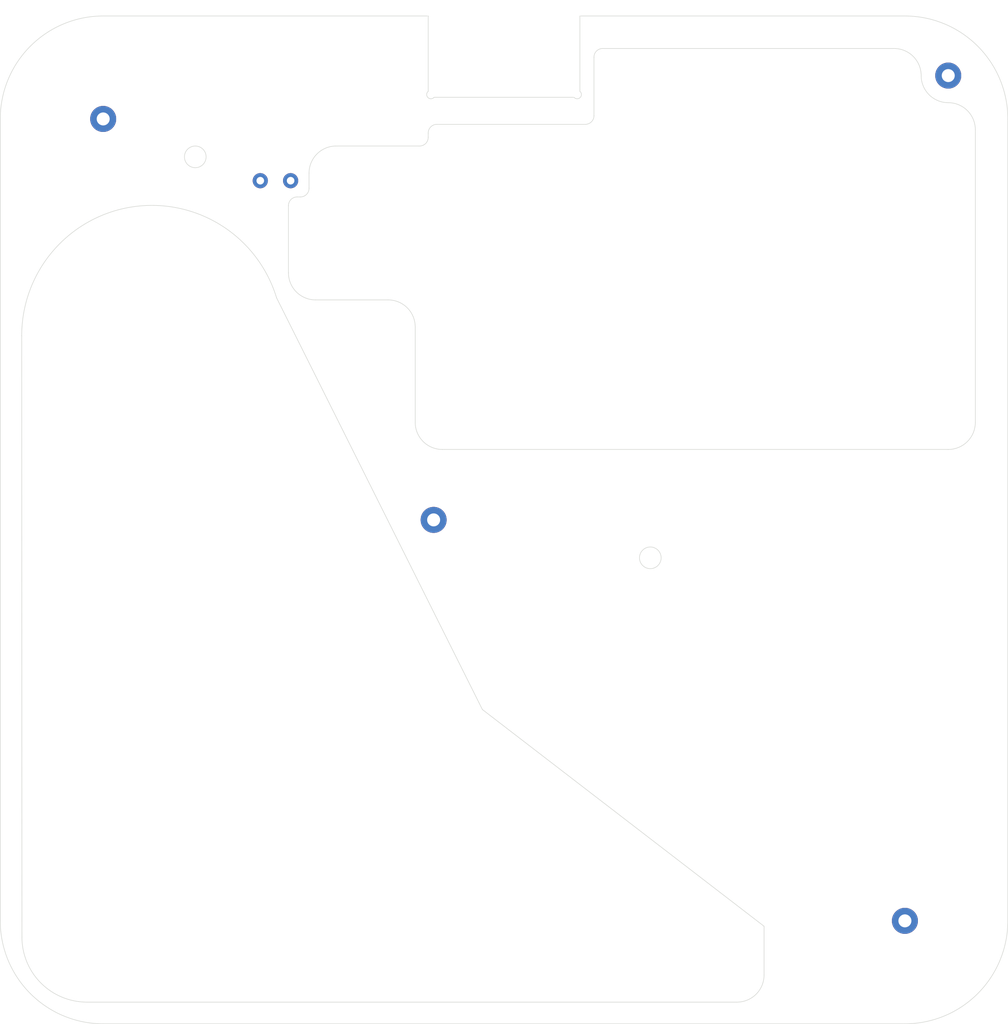
<source format=kicad_pcb>
(kicad_pcb (version 20171130) (host pcbnew 5.1.5+dfsg1-2build2)

  (general
    (thickness 2)
    (drawings 51)
    (tracks 0)
    (zones 0)
    (modules 6)
    (nets 7)
  )

  (page A4)
  (layers
    (0 F.Cu signal)
    (31 B.Cu signal)
    (32 B.Adhes user)
    (33 F.Adhes user)
    (34 B.Paste user)
    (35 F.Paste user)
    (36 B.SilkS user)
    (37 F.SilkS user)
    (38 B.Mask user)
    (39 F.Mask user)
    (40 Dwgs.User user)
    (41 Cmts.User user)
    (42 Eco1.User user)
    (43 Eco2.User user)
    (44 Edge.Cuts user)
    (45 Margin user)
    (46 B.CrtYd user)
    (47 F.CrtYd user)
    (48 B.Fab user)
    (49 F.Fab user hide)
  )

  (setup
    (last_trace_width 0.25)
    (trace_clearance 0.2)
    (zone_clearance 0.508)
    (zone_45_only no)
    (trace_min 0.2)
    (via_size 0.8)
    (via_drill 0.4)
    (via_min_size 0.4)
    (via_min_drill 0.3)
    (uvia_size 0.3)
    (uvia_drill 0.1)
    (uvias_allowed no)
    (uvia_min_size 0.2)
    (uvia_min_drill 0.1)
    (edge_width 0.05)
    (segment_width 0.2)
    (pcb_text_width 0.3)
    (pcb_text_size 1.5 1.5)
    (mod_edge_width 0.12)
    (mod_text_size 1 1)
    (mod_text_width 0.15)
    (pad_size 1.524 1.524)
    (pad_drill 0.762)
    (pad_to_mask_clearance 0.051)
    (solder_mask_min_width 0.25)
    (aux_axis_origin 0 0)
    (grid_origin 59.5 59.5)
    (visible_elements FFFFFF7F)
    (pcbplotparams
      (layerselection 0x010fc_ffffffff)
      (usegerberextensions true)
      (usegerberattributes false)
      (usegerberadvancedattributes false)
      (creategerberjobfile false)
      (excludeedgelayer true)
      (linewidth 0.100000)
      (plotframeref false)
      (viasonmask false)
      (mode 1)
      (useauxorigin false)
      (hpglpennumber 1)
      (hpglpenspeed 20)
      (hpglpendiameter 15.000000)
      (psnegative false)
      (psa4output false)
      (plotreference true)
      (plotvalue false)
      (plotinvisibletext false)
      (padsonsilk false)
      (subtractmaskfromsilk false)
      (outputformat 1)
      (mirror false)
      (drillshape 0)
      (scaleselection 1)
      (outputdirectory "gerber/"))
  )

  (net 0 "")
  (net 1 "Net-(J1-Pad1)")
  (net 2 "Net-(J2-Pad1)")
  (net 3 "Net-(J3-Pad1)")
  (net 4 "Net-(J4-Pad1)")
  (net 5 "Net-(J5-Pad1)")
  (net 6 "Net-(J6-Pad1)")

  (net_class Default "This is the default net class."
    (clearance 0.2)
    (trace_width 0.25)
    (via_dia 0.8)
    (via_drill 0.4)
    (uvia_dia 0.3)
    (uvia_drill 0.1)
    (add_net "Net-(J1-Pad1)")
    (add_net "Net-(J2-Pad1)")
    (add_net "Net-(J3-Pad1)")
    (add_net "Net-(J4-Pad1)")
    (add_net "Net-(J5-Pad1)")
    (add_net "Net-(J6-Pad1)")
  )

  (module Connector_Pin:Pin_D1.0mm_L10.0mm_LooseFit (layer F.Cu) (tedit 61CCFFA9) (tstamp 6171D64E)
    (at 137.5 55.5)
    (descr "solder Pin_ diameter 1.0mm, hole diameter 1.2mm (loose fit), length 10.0mm")
    (tags "solder Pin_ loose fit")
    (path /61718A4F)
    (fp_text reference J2 (at 0 2.25) (layer F.SilkS) hide
      (effects (font (size 1 1) (thickness 0.15)))
    )
    (fp_text value MP (at 0 -2.05) (layer F.Fab)
      (effects (font (size 1 1) (thickness 0.15)))
    )
    (fp_circle (center 0 0) (end 1.2 0) (layer F.Fab) (width 0.12))
    (fp_circle (center 0 0) (end 0.5 0) (layer F.Fab) (width 0.12))
    (fp_circle (center 0 0) (end 1.7 0) (layer F.CrtYd) (width 0.05))
    (fp_text user %R (at 0 2.25) (layer F.Fab) hide
      (effects (font (size 1 1) (thickness 0.15)))
    )
    (pad 1 thru_hole circle (at 0 0) (size 2.4 2.4) (drill 1.2) (layers *.Cu *.Mask)
      (net 2 "Net-(J2-Pad1)"))
    (model ${KISYS3DMOD}/Connector_Pin.3dshapes/Pin_D1.0mm_L10.0mm_LooseFit.wrl
      (at (xyz 0 0 0))
      (scale (xyz 1 1 1))
      (rotate (xyz 0 0 0))
    )
  )

  (module Connector_Pin:Pin_D1.0mm_L10.0mm_LooseFit (layer F.Cu) (tedit 61CCFF9C) (tstamp 6171D658)
    (at 90 96.5)
    (descr "solder Pin_ diameter 1.0mm, hole diameter 1.2mm (loose fit), length 10.0mm")
    (tags "solder Pin_ loose fit")
    (path /61718C83)
    (fp_text reference J3 (at 0 2.25) (layer F.SilkS) hide
      (effects (font (size 1 1) (thickness 0.15)))
    )
    (fp_text value MP (at 0 -2.05) (layer F.Fab)
      (effects (font (size 1 1) (thickness 0.15)))
    )
    (fp_circle (center 0 0) (end 1.2 0) (layer F.Fab) (width 0.12))
    (fp_circle (center 0 0) (end 0.5 0) (layer F.Fab) (width 0.12))
    (fp_circle (center 0 0) (end 1.7 0) (layer F.CrtYd) (width 0.05))
    (fp_text user %R (at 0 2.25) (layer F.Fab) hide
      (effects (font (size 1 1) (thickness 0.15)))
    )
    (pad 1 thru_hole circle (at 0 0) (size 2.4 2.4) (drill 1.2) (layers *.Cu *.Mask)
      (net 3 "Net-(J3-Pad1)"))
    (model ${KISYS3DMOD}/Connector_Pin.3dshapes/Pin_D1.0mm_L10.0mm_LooseFit.wrl
      (at (xyz 0 0 0))
      (scale (xyz 1 1 1))
      (rotate (xyz 0 0 0))
    )
  )

  (module Connector_Pin:Pin_D1.0mm_L10.0mm_LooseFit (layer F.Cu) (tedit 61CCFF91) (tstamp 6171D662)
    (at 133.5 133.5)
    (descr "solder Pin_ diameter 1.0mm, hole diameter 1.2mm (loose fit), length 10.0mm")
    (tags "solder Pin_ loose fit")
    (path /61718E21)
    (fp_text reference J4 (at 0 2.25) (layer F.SilkS) hide
      (effects (font (size 1 1) (thickness 0.15)))
    )
    (fp_text value MP (at 0 -2.05) (layer F.Fab)
      (effects (font (size 1 1) (thickness 0.15)))
    )
    (fp_circle (center 0 0) (end 1.2 0) (layer F.Fab) (width 0.12))
    (fp_circle (center 0 0) (end 0.5 0) (layer F.Fab) (width 0.12))
    (fp_circle (center 0 0) (end 1.7 0) (layer F.CrtYd) (width 0.05))
    (fp_text user %R (at 0 2.25) (layer F.Fab) hide
      (effects (font (size 1 1) (thickness 0.15)))
    )
    (pad 1 thru_hole circle (at 0 0) (size 2.4 2.4) (drill 1.2) (layers *.Cu *.Mask)
      (net 4 "Net-(J4-Pad1)"))
    (model ${KISYS3DMOD}/Connector_Pin.3dshapes/Pin_D1.0mm_L10.0mm_LooseFit.wrl
      (at (xyz 0 0 0))
      (scale (xyz 1 1 1))
      (rotate (xyz 0 0 0))
    )
  )

  (module Connector_Pin:Pin_D1.0mm_L10.0mm_LooseFit (layer F.Cu) (tedit 61CCFF80) (tstamp 6171D644)
    (at 59.5 59.5)
    (descr "solder Pin_ diameter 1.0mm, hole diameter 1.2mm (loose fit), length 10.0mm")
    (tags "solder Pin_ loose fit")
    (path /61717FBD)
    (fp_text reference J1 (at 0 2.25) (layer F.SilkS) hide
      (effects (font (size 1 1) (thickness 0.15)))
    )
    (fp_text value MP (at 0 -2.05) (layer F.Fab)
      (effects (font (size 1 1) (thickness 0.15)))
    )
    (fp_circle (center 0 0) (end 1.2 0) (layer F.Fab) (width 0.12))
    (fp_circle (center 0 0) (end 0.5 0) (layer F.Fab) (width 0.12))
    (fp_circle (center 0 0) (end 1.7 0) (layer F.CrtYd) (width 0.05))
    (fp_text user %R (at 0 2.25) (layer F.Fab) hide
      (effects (font (size 1 1) (thickness 0.15)))
    )
    (pad 1 thru_hole circle (at 0 0) (size 2.4 2.4) (drill 1.2) (layers *.Cu *.Mask)
      (net 1 "Net-(J1-Pad1)"))
    (model ${KISYS3DMOD}/Connector_Pin.3dshapes/Pin_D1.0mm_L10.0mm_LooseFit.wrl
      (at (xyz 0 0 0))
      (scale (xyz 1 1 1))
      (rotate (xyz 0 0 0))
    )
  )

  (module Connector_Pin:Pin_D0.7mm_L6.5mm_W1.8mm_FlatFork (layer F.Cu) (tedit 61CCFF77) (tstamp 6171D675)
    (at 74 65.2)
    (descr "solder Pin_ with flat fork, hole diameter 0.7mm, length 6.5mm, width 1.8mm")
    (tags "solder Pin_ with flat fork")
    (path /617191D3)
    (fp_text reference J5 (at 0 1.8) (layer F.SilkS) hide
      (effects (font (size 1 1) (thickness 0.15)))
    )
    (fp_text value Solderpad (at 0 -1.8) (layer F.Fab)
      (effects (font (size 1 1) (thickness 0.15)))
    )
    (fp_line (start 1.35 1.2) (end -1.4 1.2) (layer F.CrtYd) (width 0.05))
    (fp_line (start 1.35 1.2) (end 1.35 -1.2) (layer F.CrtYd) (width 0.05))
    (fp_line (start -1.4 -1.2) (end -1.4 1.2) (layer F.CrtYd) (width 0.05))
    (fp_line (start -1.4 -1.2) (end 1.35 -1.2) (layer F.CrtYd) (width 0.05))
    (fp_line (start -0.9 0.25) (end -0.9 -0.25) (layer F.Fab) (width 0.12))
    (fp_line (start 0.85 0.25) (end -0.9 0.25) (layer F.Fab) (width 0.12))
    (fp_line (start 0.85 -0.25) (end 0.85 0.25) (layer F.Fab) (width 0.12))
    (fp_line (start -0.9 -0.25) (end 0.85 -0.25) (layer F.Fab) (width 0.12))
    (fp_text user %R (at 0 1.8) (layer F.Fab) hide
      (effects (font (size 1 1) (thickness 0.15)))
    )
    (pad 1 thru_hole circle (at 0 0) (size 1.4 1.4) (drill 0.7) (layers *.Cu *.Mask)
      (net 5 "Net-(J5-Pad1)"))
  )

  (module Connector_Pin:Pin_D0.7mm_L6.5mm_W1.8mm_FlatFork (layer F.Cu) (tedit 61CCFF6D) (tstamp 6171D688)
    (at 76.8 65.2)
    (descr "solder Pin_ with flat fork, hole diameter 0.7mm, length 6.5mm, width 1.8mm")
    (tags "solder Pin_ with flat fork")
    (path /617191DA)
    (fp_text reference J6 (at 0 1.8) (layer F.SilkS) hide
      (effects (font (size 1 1) (thickness 0.15)))
    )
    (fp_text value Solderpad (at 0 -1.8) (layer F.Fab)
      (effects (font (size 1 1) (thickness 0.15)))
    )
    (fp_line (start 1.35 1.2) (end -1.4 1.2) (layer F.CrtYd) (width 0.05))
    (fp_line (start 1.35 1.2) (end 1.35 -1.2) (layer F.CrtYd) (width 0.05))
    (fp_line (start -1.4 -1.2) (end -1.4 1.2) (layer F.CrtYd) (width 0.05))
    (fp_line (start -1.4 -1.2) (end 1.35 -1.2) (layer F.CrtYd) (width 0.05))
    (fp_line (start -0.9 0.25) (end -0.9 -0.25) (layer F.Fab) (width 0.12))
    (fp_line (start 0.85 0.25) (end -0.9 0.25) (layer F.Fab) (width 0.12))
    (fp_line (start 0.85 -0.25) (end 0.85 0.25) (layer F.Fab) (width 0.12))
    (fp_line (start -0.9 -0.25) (end 0.85 -0.25) (layer F.Fab) (width 0.12))
    (fp_text user %R (at 0 1.8) (layer F.Fab) hide
      (effects (font (size 1 1) (thickness 0.15)))
    )
    (pad 1 thru_hole circle (at 0 0) (size 1.4 1.4) (drill 0.7) (layers *.Cu *.Mask)
      (net 6 "Net-(J6-Pad1)"))
  )

  (gr_arc (start 89.75 57.25) (end 89.5 56.95) (angle -190.3888578) (layer Edge.Cuts) (width 0.05) (tstamp 61795B63))
  (gr_arc (start 103.25 57.25) (end 102.95 57.5) (angle -190.3888578) (layer Edge.Cuts) (width 0.05) (tstamp 61795B2A))
  (gr_arc (start 105.6 53.8) (end 105.6 53.000001) (angle -90) (layer Edge.Cuts) (width 0.05) (tstamp 6171B6E3))
  (gr_arc (start 90.3 60.8) (end 90.3 60.000001) (angle -90) (layer Edge.Cuts) (width 0.05) (tstamp 6171B6E3))
  (gr_arc (start 104 59.2) (end 104 59.999999) (angle -90) (layer Edge.Cuts) (width 0.05) (tstamp 6171B6E3))
  (gr_arc (start 88.7 61.2) (end 88.7 61.999999) (angle -90) (layer Edge.Cuts) (width 0.05) (tstamp 6171B6E3))
  (gr_line (start 89.5 61.2) (end 89.500001 60.8) (layer Edge.Cuts) (width 0.05) (tstamp 6171B6B5))
  (gr_line (start 104.8 53.8) (end 104.799999 59.2) (layer Edge.Cuts) (width 0.05) (tstamp 6171B6A4))
  (gr_line (start 90.3 60.000001) (end 104 59.999999) (layer Edge.Cuts) (width 0.05) (tstamp 6171B65A))
  (gr_line (start 90.05 57.5) (end 102.95 57.5) (layer Edge.Cuts) (width 0.05))
  (gr_line (start 133.499999 50) (end 103.5 50) (layer Edge.Cuts) (width 0.05) (tstamp 6171B5E6))
  (gr_line (start 89.5 50) (end 89.5 56.95) (layer Edge.Cuts) (width 0.05))
  (gr_line (start 103.5 50) (end 103.5 56.95) (layer Edge.Cuts) (width 0.05))
  (gr_line (start 96.5 48.6) (end 96.5 56.025) (layer Eco2.User) (width 0.15))
  (gr_circle (center 110 100) (end 111 100) (layer Edge.Cuts) (width 0.05) (tstamp 617885C1))
  (gr_circle (center 68 63) (end 69 63) (layer Edge.Cuts) (width 0.05) (tstamp 617885C1))
  (gr_arc (start 85.8 78.7) (end 88.3 78.7) (angle -90) (layer Edge.Cuts) (width 0.05) (tstamp 617885BF))
  (gr_arc (start 81 64.5) (end 81 62) (angle -90) (layer Edge.Cuts) (width 0.05) (tstamp 617885BE))
  (gr_line (start 77.699999 66.699999) (end 77.4 66.7) (layer Edge.Cuts) (width 0.05) (tstamp 617885BD))
  (gr_line (start 51.979186 79.505772) (end 52 135) (layer Edge.Cuts) (width 0.05) (tstamp 617885BB))
  (gr_line (start 105.6 53.000001) (end 132.5 53) (layer Edge.Cuts) (width 0.05) (tstamp 617885BA))
  (gr_arc (start 132.5 55.5) (end 135 55.5) (angle -90) (layer Edge.Cuts) (width 0.05) (tstamp 617885B9))
  (gr_arc (start 137.5 55.5) (end 135 55.5) (angle -90) (layer Edge.Cuts) (width 0.05) (tstamp 617885B8))
  (gr_line (start 137.5 90) (end 90.8 90) (layer Edge.Cuts) (width 0.05) (tstamp 617885B7))
  (gr_line (start 88.7 62) (end 81 62) (layer Edge.Cuts) (width 0.05) (tstamp 617885B6))
  (gr_line (start 140 60.5) (end 140 87.5) (layer Edge.Cuts) (width 0.05) (tstamp 617885B5))
  (gr_arc (start 77.4 67.5) (end 77.4 66.7) (angle -90) (layer Edge.Cuts) (width 0.05) (tstamp 617885B2))
  (gr_line (start 79.1 76.2) (end 85.8 76.2) (layer Edge.Cuts) (width 0.05) (tstamp 617885B1))
  (gr_arc (start 58 135) (end 52 135) (angle -90) (layer Edge.Cuts) (width 0.05) (tstamp 617885B0))
  (gr_arc (start 137.5 87.5) (end 137.5 90) (angle -90) (layer Edge.Cuts) (width 0.05) (tstamp 617885AF))
  (gr_arc (start 64 79.5) (end 75.5 76) (angle -163.1) (layer Edge.Cuts) (width 0.05) (tstamp 617885AE))
  (gr_line (start 75.5 76) (end 94.5 114) (layer Edge.Cuts) (width 0.05) (tstamp 617885AD))
  (gr_line (start 76.6 73.7) (end 76.6 67.5) (layer Edge.Cuts) (width 0.05) (tstamp 617885AC))
  (gr_arc (start 118 138.5) (end 118 141) (angle -90) (layer Edge.Cuts) (width 0.05) (tstamp 617885AB))
  (gr_line (start 88.3 87.5) (end 88.3 78.7) (layer Edge.Cuts) (width 0.05) (tstamp 617885AA))
  (gr_arc (start 79.1 73.7) (end 76.6 73.7) (angle -90) (layer Edge.Cuts) (width 0.05) (tstamp 617885A9))
  (gr_arc (start 77.7 65.9) (end 77.7 66.699999) (angle -90) (layer Edge.Cuts) (width 0.05) (tstamp 617885A8))
  (gr_line (start 118 141) (end 58 141) (layer Edge.Cuts) (width 0.05) (tstamp 617885A7))
  (gr_arc (start 137.5 60.5) (end 140 60.5) (angle -90) (layer Edge.Cuts) (width 0.05) (tstamp 617885A6))
  (gr_line (start 94.5 114) (end 120.5 134) (layer Edge.Cuts) (width 0.05) (tstamp 617885A5))
  (gr_line (start 120.5 134) (end 120.5 138.5) (layer Edge.Cuts) (width 0.05) (tstamp 617885A4))
  (gr_arc (start 90.8 87.5) (end 88.3 87.5) (angle -90) (layer Edge.Cuts) (width 0.05) (tstamp 617885A3))
  (gr_line (start 78.499999 65.9) (end 78.5 64.5) (layer Edge.Cuts) (width 0.05) (tstamp 617885A2))
  (gr_arc (start 133.5 59.5) (end 142.999999 59.5) (angle -90) (layer Edge.Cuts) (width 0.05) (tstamp 609ECC3F))
  (gr_arc (start 133.5 133.5) (end 133.5 142.999999) (angle -90) (layer Edge.Cuts) (width 0.05) (tstamp 609ECC3F))
  (gr_arc (start 59.5 133.5) (end 50.000001 133.5) (angle -90) (layer Edge.Cuts) (width 0.05) (tstamp 609ECC3F))
  (gr_line (start 143 133.5) (end 142.999999 59.5) (layer Edge.Cuts) (width 0.05) (tstamp 609ECC29))
  (gr_line (start 133.5 143) (end 59.5 143) (layer Edge.Cuts) (width 0.05) (tstamp 609ECC29))
  (gr_arc (start 59.5 59.5) (end 59.5 50) (angle -90) (layer Edge.Cuts) (width 0.05))
  (gr_line (start 50 59.5) (end 50.000001 133.5) (layer Edge.Cuts) (width 0.05))
  (gr_line (start 59.5 50) (end 89.5 50) (layer Edge.Cuts) (width 0.05))

)

</source>
